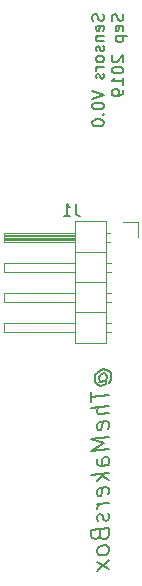
<source format=gbo>
G04 #@! TF.FileFunction,Legend,Bot*
%FSLAX46Y46*%
G04 Gerber Fmt 4.6, Leading zero omitted, Abs format (unit mm)*
G04 Created by KiCad (PCBNEW 4.0.7) date 09/15/19 19:52:21*
%MOMM*%
%LPD*%
G01*
G04 APERTURE LIST*
%ADD10C,0.100000*%
%ADD11C,0.150000*%
%ADD12C,0.200000*%
%ADD13C,0.120000*%
G04 APERTURE END LIST*
D10*
D11*
X156424762Y-66230476D02*
X156472381Y-66373333D01*
X156472381Y-66611429D01*
X156424762Y-66706667D01*
X156377143Y-66754286D01*
X156281905Y-66801905D01*
X156186667Y-66801905D01*
X156091429Y-66754286D01*
X156043810Y-66706667D01*
X155996190Y-66611429D01*
X155948571Y-66420952D01*
X155900952Y-66325714D01*
X155853333Y-66278095D01*
X155758095Y-66230476D01*
X155662857Y-66230476D01*
X155567619Y-66278095D01*
X155520000Y-66325714D01*
X155472381Y-66420952D01*
X155472381Y-66659048D01*
X155520000Y-66801905D01*
X156424762Y-67611429D02*
X156472381Y-67516191D01*
X156472381Y-67325714D01*
X156424762Y-67230476D01*
X156329524Y-67182857D01*
X155948571Y-67182857D01*
X155853333Y-67230476D01*
X155805714Y-67325714D01*
X155805714Y-67516191D01*
X155853333Y-67611429D01*
X155948571Y-67659048D01*
X156043810Y-67659048D01*
X156139048Y-67182857D01*
X155805714Y-68087619D02*
X156472381Y-68087619D01*
X155900952Y-68087619D02*
X155853333Y-68135238D01*
X155805714Y-68230476D01*
X155805714Y-68373334D01*
X155853333Y-68468572D01*
X155948571Y-68516191D01*
X156472381Y-68516191D01*
X156424762Y-68944762D02*
X156472381Y-69040000D01*
X156472381Y-69230476D01*
X156424762Y-69325715D01*
X156329524Y-69373334D01*
X156281905Y-69373334D01*
X156186667Y-69325715D01*
X156139048Y-69230476D01*
X156139048Y-69087619D01*
X156091429Y-68992381D01*
X155996190Y-68944762D01*
X155948571Y-68944762D01*
X155853333Y-68992381D01*
X155805714Y-69087619D01*
X155805714Y-69230476D01*
X155853333Y-69325715D01*
X156472381Y-69944762D02*
X156424762Y-69849524D01*
X156377143Y-69801905D01*
X156281905Y-69754286D01*
X155996190Y-69754286D01*
X155900952Y-69801905D01*
X155853333Y-69849524D01*
X155805714Y-69944762D01*
X155805714Y-70087620D01*
X155853333Y-70182858D01*
X155900952Y-70230477D01*
X155996190Y-70278096D01*
X156281905Y-70278096D01*
X156377143Y-70230477D01*
X156424762Y-70182858D01*
X156472381Y-70087620D01*
X156472381Y-69944762D01*
X156472381Y-70706667D02*
X155805714Y-70706667D01*
X155996190Y-70706667D02*
X155900952Y-70754286D01*
X155853333Y-70801905D01*
X155805714Y-70897143D01*
X155805714Y-70992382D01*
X156424762Y-71278096D02*
X156472381Y-71373334D01*
X156472381Y-71563810D01*
X156424762Y-71659049D01*
X156329524Y-71706668D01*
X156281905Y-71706668D01*
X156186667Y-71659049D01*
X156139048Y-71563810D01*
X156139048Y-71420953D01*
X156091429Y-71325715D01*
X155996190Y-71278096D01*
X155948571Y-71278096D01*
X155853333Y-71325715D01*
X155805714Y-71420953D01*
X155805714Y-71563810D01*
X155853333Y-71659049D01*
X155472381Y-72754287D02*
X156472381Y-73087620D01*
X155472381Y-73420954D01*
X155472381Y-73944763D02*
X155472381Y-74040002D01*
X155520000Y-74135240D01*
X155567619Y-74182859D01*
X155662857Y-74230478D01*
X155853333Y-74278097D01*
X156091429Y-74278097D01*
X156281905Y-74230478D01*
X156377143Y-74182859D01*
X156424762Y-74135240D01*
X156472381Y-74040002D01*
X156472381Y-73944763D01*
X156424762Y-73849525D01*
X156377143Y-73801906D01*
X156281905Y-73754287D01*
X156091429Y-73706668D01*
X155853333Y-73706668D01*
X155662857Y-73754287D01*
X155567619Y-73801906D01*
X155520000Y-73849525D01*
X155472381Y-73944763D01*
X156377143Y-74706668D02*
X156424762Y-74754287D01*
X156472381Y-74706668D01*
X156424762Y-74659049D01*
X156377143Y-74706668D01*
X156472381Y-74706668D01*
X155472381Y-75373334D02*
X155472381Y-75468573D01*
X155520000Y-75563811D01*
X155567619Y-75611430D01*
X155662857Y-75659049D01*
X155853333Y-75706668D01*
X156091429Y-75706668D01*
X156281905Y-75659049D01*
X156377143Y-75611430D01*
X156424762Y-75563811D01*
X156472381Y-75468573D01*
X156472381Y-75373334D01*
X156424762Y-75278096D01*
X156377143Y-75230477D01*
X156281905Y-75182858D01*
X156091429Y-75135239D01*
X155853333Y-75135239D01*
X155662857Y-75182858D01*
X155567619Y-75230477D01*
X155520000Y-75278096D01*
X155472381Y-75373334D01*
X158074762Y-66230476D02*
X158122381Y-66373333D01*
X158122381Y-66611429D01*
X158074762Y-66706667D01*
X158027143Y-66754286D01*
X157931905Y-66801905D01*
X157836667Y-66801905D01*
X157741429Y-66754286D01*
X157693810Y-66706667D01*
X157646190Y-66611429D01*
X157598571Y-66420952D01*
X157550952Y-66325714D01*
X157503333Y-66278095D01*
X157408095Y-66230476D01*
X157312857Y-66230476D01*
X157217619Y-66278095D01*
X157170000Y-66325714D01*
X157122381Y-66420952D01*
X157122381Y-66659048D01*
X157170000Y-66801905D01*
X158074762Y-67611429D02*
X158122381Y-67516191D01*
X158122381Y-67325714D01*
X158074762Y-67230476D01*
X157979524Y-67182857D01*
X157598571Y-67182857D01*
X157503333Y-67230476D01*
X157455714Y-67325714D01*
X157455714Y-67516191D01*
X157503333Y-67611429D01*
X157598571Y-67659048D01*
X157693810Y-67659048D01*
X157789048Y-67182857D01*
X157455714Y-68087619D02*
X158455714Y-68087619D01*
X157503333Y-68087619D02*
X157455714Y-68182857D01*
X157455714Y-68373334D01*
X157503333Y-68468572D01*
X157550952Y-68516191D01*
X157646190Y-68563810D01*
X157931905Y-68563810D01*
X158027143Y-68516191D01*
X158074762Y-68468572D01*
X158122381Y-68373334D01*
X158122381Y-68182857D01*
X158074762Y-68087619D01*
X157217619Y-69706667D02*
X157170000Y-69754286D01*
X157122381Y-69849524D01*
X157122381Y-70087620D01*
X157170000Y-70182858D01*
X157217619Y-70230477D01*
X157312857Y-70278096D01*
X157408095Y-70278096D01*
X157550952Y-70230477D01*
X158122381Y-69659048D01*
X158122381Y-70278096D01*
X157122381Y-70897143D02*
X157122381Y-70992382D01*
X157170000Y-71087620D01*
X157217619Y-71135239D01*
X157312857Y-71182858D01*
X157503333Y-71230477D01*
X157741429Y-71230477D01*
X157931905Y-71182858D01*
X158027143Y-71135239D01*
X158074762Y-71087620D01*
X158122381Y-70992382D01*
X158122381Y-70897143D01*
X158074762Y-70801905D01*
X158027143Y-70754286D01*
X157931905Y-70706667D01*
X157741429Y-70659048D01*
X157503333Y-70659048D01*
X157312857Y-70706667D01*
X157217619Y-70754286D01*
X157170000Y-70801905D01*
X157122381Y-70897143D01*
X158122381Y-72182858D02*
X158122381Y-71611429D01*
X158122381Y-71897143D02*
X157122381Y-71897143D01*
X157265238Y-71801905D01*
X157360476Y-71706667D01*
X157408095Y-71611429D01*
X158122381Y-72659048D02*
X158122381Y-72849524D01*
X158074762Y-72944763D01*
X158027143Y-72992382D01*
X157884286Y-73087620D01*
X157693810Y-73135239D01*
X157312857Y-73135239D01*
X157217619Y-73087620D01*
X157170000Y-73040001D01*
X157122381Y-72944763D01*
X157122381Y-72754286D01*
X157170000Y-72659048D01*
X157217619Y-72611429D01*
X157312857Y-72563810D01*
X157550952Y-72563810D01*
X157646190Y-72611429D01*
X157693810Y-72659048D01*
X157741429Y-72754286D01*
X157741429Y-72944763D01*
X157693810Y-73040001D01*
X157646190Y-73087620D01*
X157550952Y-73135239D01*
D12*
X156174286Y-97315178D02*
X156102857Y-97252679D01*
X156031429Y-97118750D01*
X156031429Y-96975892D01*
X156102857Y-96824107D01*
X156174286Y-96743750D01*
X156317143Y-96654464D01*
X156460000Y-96636607D01*
X156602857Y-96690179D01*
X156674286Y-96752678D01*
X156745714Y-96886607D01*
X156745714Y-97029465D01*
X156674286Y-97181250D01*
X156602857Y-97261607D01*
X156031429Y-97333035D02*
X156602857Y-97261607D01*
X156674286Y-97324107D01*
X156674286Y-97395535D01*
X156602857Y-97547322D01*
X156460000Y-97636607D01*
X156102857Y-97681250D01*
X155888571Y-97565179D01*
X155745714Y-97368750D01*
X155674286Y-97091964D01*
X155745714Y-96797322D01*
X155888571Y-96565179D01*
X156102857Y-96395536D01*
X156388571Y-96288393D01*
X156674286Y-96324107D01*
X156888571Y-96440179D01*
X157031429Y-96636607D01*
X157102857Y-96913393D01*
X157031429Y-97208035D01*
X156888571Y-97440179D01*
X155388571Y-98199107D02*
X155388571Y-99056250D01*
X156888571Y-98440179D02*
X155388571Y-98627679D01*
X156888571Y-99368750D02*
X155388571Y-99556250D01*
X156888571Y-100011607D02*
X156102857Y-100109821D01*
X155960000Y-100056249D01*
X155888571Y-99922321D01*
X155888571Y-99708036D01*
X155960000Y-99556249D01*
X156031429Y-99475892D01*
X156817143Y-101306249D02*
X156888571Y-101154464D01*
X156888571Y-100868750D01*
X156817143Y-100734821D01*
X156674286Y-100681249D01*
X156102857Y-100752678D01*
X155960000Y-100841964D01*
X155888571Y-100993750D01*
X155888571Y-101279464D01*
X155960000Y-101413392D01*
X156102857Y-101466964D01*
X156245714Y-101449107D01*
X156388571Y-100716964D01*
X156888571Y-102011607D02*
X155388571Y-102199107D01*
X156460000Y-102565178D01*
X155388571Y-103199107D01*
X156888571Y-103011607D01*
X156888571Y-104368750D02*
X156102857Y-104466964D01*
X155960000Y-104413392D01*
X155888571Y-104279464D01*
X155888571Y-103993750D01*
X155960000Y-103841964D01*
X156817143Y-104377678D02*
X156888571Y-104225893D01*
X156888571Y-103868750D01*
X156817143Y-103734821D01*
X156674286Y-103681249D01*
X156531429Y-103699106D01*
X156388571Y-103788393D01*
X156317143Y-103940178D01*
X156317143Y-104297321D01*
X156245714Y-104449107D01*
X156888571Y-105083036D02*
X155388571Y-105270536D01*
X156317143Y-105297321D02*
X156888571Y-105654464D01*
X155888571Y-105779464D02*
X156460000Y-105136607D01*
X156817143Y-106877678D02*
X156888571Y-106725893D01*
X156888571Y-106440179D01*
X156817143Y-106306250D01*
X156674286Y-106252678D01*
X156102857Y-106324107D01*
X155960000Y-106413393D01*
X155888571Y-106565179D01*
X155888571Y-106850893D01*
X155960000Y-106984821D01*
X156102857Y-107038393D01*
X156245714Y-107020536D01*
X156388571Y-106288393D01*
X156888571Y-107583036D02*
X155888571Y-107708036D01*
X156174286Y-107672321D02*
X156031429Y-107761606D01*
X155960000Y-107841964D01*
X155888571Y-107993750D01*
X155888571Y-108136607D01*
X156817143Y-108449106D02*
X156888571Y-108583035D01*
X156888571Y-108868750D01*
X156817143Y-109020535D01*
X156674286Y-109109820D01*
X156602857Y-109118749D01*
X156460000Y-109065178D01*
X156388571Y-108931250D01*
X156388571Y-108716964D01*
X156317143Y-108583035D01*
X156174286Y-108529463D01*
X156102857Y-108538392D01*
X155960000Y-108627678D01*
X155888571Y-108779464D01*
X155888571Y-108993750D01*
X155960000Y-109127678D01*
X156102857Y-110324107D02*
X156174286Y-110529464D01*
X156245714Y-110591964D01*
X156388571Y-110645536D01*
X156602857Y-110618750D01*
X156745714Y-110529464D01*
X156817143Y-110449107D01*
X156888571Y-110297321D01*
X156888571Y-109725893D01*
X155388571Y-109913393D01*
X155388571Y-110413393D01*
X155460000Y-110547321D01*
X155531429Y-110609821D01*
X155674286Y-110663392D01*
X155817143Y-110645535D01*
X155960000Y-110556250D01*
X156031429Y-110475892D01*
X156102857Y-110324107D01*
X156102857Y-109824107D01*
X156888571Y-111440179D02*
X156817143Y-111306249D01*
X156745714Y-111243750D01*
X156602857Y-111190178D01*
X156174286Y-111243749D01*
X156031429Y-111333035D01*
X155960000Y-111413392D01*
X155888571Y-111565179D01*
X155888571Y-111779464D01*
X155960000Y-111913392D01*
X156031429Y-111975892D01*
X156174286Y-112029464D01*
X156602857Y-111975893D01*
X156745714Y-111886607D01*
X156817143Y-111806249D01*
X156888571Y-111654464D01*
X156888571Y-111440179D01*
X156888571Y-112440179D02*
X155888571Y-113350893D01*
X155888571Y-112565179D02*
X156888571Y-113225893D01*
D13*
X156675000Y-83760000D02*
X156675000Y-94040000D01*
X156675000Y-94040000D02*
X154015000Y-94040000D01*
X154015000Y-94040000D02*
X154015000Y-83760000D01*
X154015000Y-83760000D02*
X156675000Y-83760000D01*
X154015000Y-84710000D02*
X148015000Y-84710000D01*
X148015000Y-84710000D02*
X148015000Y-85470000D01*
X148015000Y-85470000D02*
X154015000Y-85470000D01*
X154015000Y-84770000D02*
X148015000Y-84770000D01*
X154015000Y-84890000D02*
X148015000Y-84890000D01*
X154015000Y-85010000D02*
X148015000Y-85010000D01*
X154015000Y-85130000D02*
X148015000Y-85130000D01*
X154015000Y-85250000D02*
X148015000Y-85250000D01*
X154015000Y-85370000D02*
X148015000Y-85370000D01*
X157005000Y-84710000D02*
X156675000Y-84710000D01*
X157005000Y-85470000D02*
X156675000Y-85470000D01*
X156675000Y-86360000D02*
X154015000Y-86360000D01*
X154015000Y-87250000D02*
X148015000Y-87250000D01*
X148015000Y-87250000D02*
X148015000Y-88010000D01*
X148015000Y-88010000D02*
X154015000Y-88010000D01*
X157072071Y-87250000D02*
X156675000Y-87250000D01*
X157072071Y-88010000D02*
X156675000Y-88010000D01*
X156675000Y-88900000D02*
X154015000Y-88900000D01*
X154015000Y-89790000D02*
X148015000Y-89790000D01*
X148015000Y-89790000D02*
X148015000Y-90550000D01*
X148015000Y-90550000D02*
X154015000Y-90550000D01*
X157072071Y-89790000D02*
X156675000Y-89790000D01*
X157072071Y-90550000D02*
X156675000Y-90550000D01*
X156675000Y-91440000D02*
X154015000Y-91440000D01*
X154015000Y-92330000D02*
X148015000Y-92330000D01*
X148015000Y-92330000D02*
X148015000Y-93090000D01*
X148015000Y-93090000D02*
X154015000Y-93090000D01*
X157072071Y-92330000D02*
X156675000Y-92330000D01*
X157072071Y-93090000D02*
X156675000Y-93090000D01*
X159385000Y-85090000D02*
X159385000Y-83820000D01*
X159385000Y-83820000D02*
X158115000Y-83820000D01*
D11*
X154063333Y-82272381D02*
X154063333Y-82986667D01*
X154110953Y-83129524D01*
X154206191Y-83224762D01*
X154349048Y-83272381D01*
X154444286Y-83272381D01*
X153063333Y-83272381D02*
X153634762Y-83272381D01*
X153349048Y-83272381D02*
X153349048Y-82272381D01*
X153444286Y-82415238D01*
X153539524Y-82510476D01*
X153634762Y-82558095D01*
M02*

</source>
